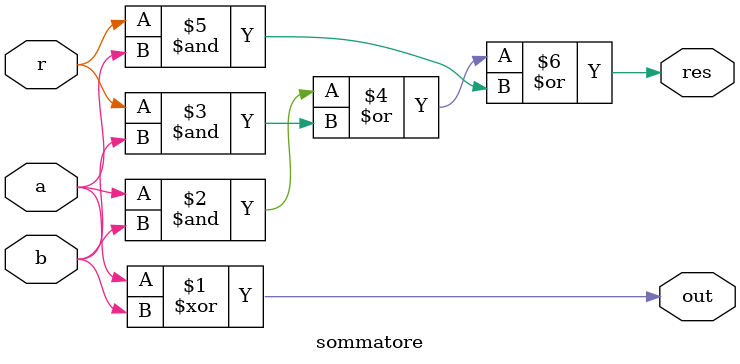
<source format=sv>
module sommatore(input logic a, b, r, output logic out, res);
	assign out=a^b;
	assign res=(a&b) | (r&b) | (r&a);
endmodule

</source>
